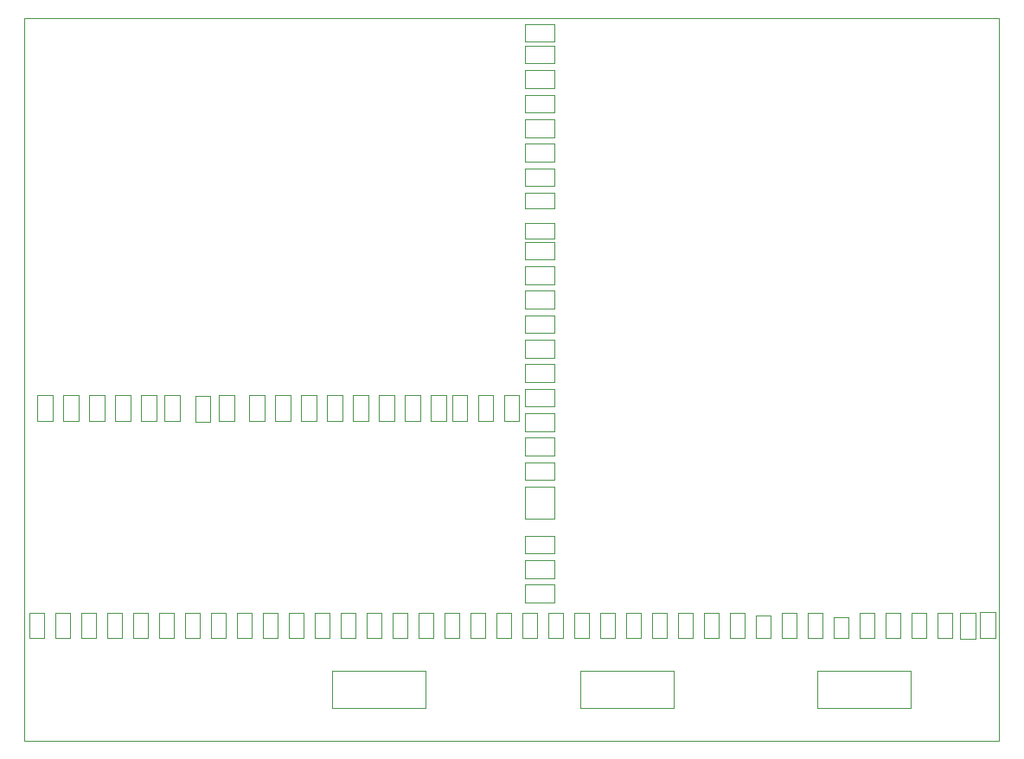
<source format=gbr>
%TF.GenerationSoftware,KiCad,Pcbnew,8.0.3*%
%TF.CreationDate,2025-03-22T09:10:22+07:00*%
%TF.ProjectId,ES32_SmartBox,45533332-5f53-46d6-9172-74426f782e6b,rev?*%
%TF.SameCoordinates,Original*%
%TF.FileFunction,Profile,NP*%
%FSLAX46Y46*%
G04 Gerber Fmt 4.6, Leading zero omitted, Abs format (unit mm)*
G04 Created by KiCad (PCBNEW 8.0.3) date 2025-03-22 09:10:22*
%MOMM*%
%LPD*%
G01*
G04 APERTURE LIST*
%TA.AperFunction,Profile*%
%ADD10C,0.050000*%
%TD*%
G04 APERTURE END LIST*
D10*
X80690000Y-145065000D02*
X82190000Y-145065000D01*
X82190000Y-147595000D01*
X80690000Y-147595000D01*
X80690000Y-145065000D01*
X121605000Y-132750000D02*
X124495000Y-132750000D01*
X124495000Y-135890000D01*
X121605000Y-135890000D01*
X121605000Y-132750000D01*
X116250000Y-145065000D02*
X117750000Y-145065000D01*
X117750000Y-147595000D01*
X116250000Y-147595000D01*
X116250000Y-145065000D01*
X159430000Y-145065000D02*
X160930000Y-145065000D01*
X160930000Y-147595000D01*
X159430000Y-147595000D01*
X159430000Y-145065000D01*
X73870000Y-123810000D02*
X75370000Y-123810000D01*
X75370000Y-126340000D01*
X73870000Y-126340000D01*
X73870000Y-123810000D01*
X144190000Y-145365000D02*
X145690000Y-145365000D01*
X145690000Y-147595000D01*
X144190000Y-147595000D01*
X144190000Y-145365000D01*
X86290000Y-123795000D02*
X87790000Y-123795000D01*
X87790000Y-126325000D01*
X86290000Y-126325000D01*
X86290000Y-123795000D01*
X121605000Y-115950000D02*
X124495000Y-115950000D01*
X124495000Y-117700000D01*
X121605000Y-117700000D01*
X121605000Y-115950000D01*
X164160000Y-145075000D02*
X165700000Y-145075000D01*
X165700000Y-147605000D01*
X164160000Y-147605000D01*
X164160000Y-145075000D01*
X121330000Y-145065000D02*
X122830000Y-145065000D01*
X122830000Y-147595000D01*
X121330000Y-147595000D01*
X121330000Y-145065000D01*
X121605000Y-123150000D02*
X124495000Y-123150000D01*
X124495000Y-124900000D01*
X121605000Y-124900000D01*
X121605000Y-123150000D01*
X131490000Y-145065000D02*
X132990000Y-145065000D01*
X132990000Y-147595000D01*
X131490000Y-147595000D01*
X131490000Y-145065000D01*
X109830000Y-123800000D02*
X111330000Y-123800000D01*
X111330000Y-126330000D01*
X109830000Y-126330000D01*
X109830000Y-123800000D01*
X156890000Y-145065000D02*
X158390000Y-145065000D01*
X158390000Y-147595000D01*
X156890000Y-147595000D01*
X156890000Y-145065000D01*
X83230000Y-145065000D02*
X84730000Y-145065000D01*
X84730000Y-147595000D01*
X83230000Y-147595000D01*
X83230000Y-145065000D01*
X121605000Y-108750000D02*
X124495000Y-108750000D01*
X124495000Y-110500000D01*
X121605000Y-110500000D01*
X121605000Y-108750000D01*
X154350000Y-145065000D02*
X155850000Y-145065000D01*
X155850000Y-147595000D01*
X154350000Y-147595000D01*
X154350000Y-145065000D01*
X84030000Y-123810000D02*
X85530000Y-123810000D01*
X85530000Y-126340000D01*
X84030000Y-126340000D01*
X84030000Y-123810000D01*
X78150000Y-145065000D02*
X79650000Y-145065000D01*
X79650000Y-147595000D01*
X78150000Y-147595000D01*
X78150000Y-145065000D01*
X121605000Y-106950000D02*
X124495000Y-106950000D01*
X124495000Y-108440000D01*
X121605000Y-108440000D01*
X121605000Y-106950000D01*
X127040000Y-150770000D02*
X136180000Y-150770000D01*
X136180000Y-154450000D01*
X127040000Y-154450000D01*
X127040000Y-150770000D01*
X121595000Y-87410000D02*
X124485000Y-87410000D01*
X124485000Y-89160000D01*
X121595000Y-89160000D01*
X121595000Y-87410000D01*
X97130000Y-123800000D02*
X98630000Y-123800000D01*
X98630000Y-126330000D01*
X97130000Y-126330000D01*
X97130000Y-123800000D01*
X93390000Y-145065000D02*
X94890000Y-145065000D01*
X94890000Y-147595000D01*
X93390000Y-147595000D01*
X93390000Y-145065000D01*
X75610000Y-145065000D02*
X77110000Y-145065000D01*
X77110000Y-147595000D01*
X75610000Y-147595000D01*
X75610000Y-145065000D01*
X103550000Y-145065000D02*
X105050000Y-145065000D01*
X105050000Y-147595000D01*
X103550000Y-147595000D01*
X103550000Y-145065000D01*
X104750000Y-123800000D02*
X106250000Y-123800000D01*
X106250000Y-126330000D01*
X104750000Y-126330000D01*
X104750000Y-123800000D01*
X136570000Y-145065000D02*
X138070000Y-145065000D01*
X138070000Y-147595000D01*
X136570000Y-147595000D01*
X136570000Y-145065000D01*
X118790000Y-145065000D02*
X120290000Y-145065000D01*
X120290000Y-147595000D01*
X118790000Y-147595000D01*
X118790000Y-145065000D01*
X121605000Y-94350000D02*
X124495000Y-94350000D01*
X124495000Y-96100000D01*
X121605000Y-96100000D01*
X121605000Y-94350000D01*
X78950000Y-123810000D02*
X80450000Y-123810000D01*
X80450000Y-126340000D01*
X78950000Y-126340000D01*
X78950000Y-123810000D01*
X101010000Y-145065000D02*
X102510000Y-145065000D01*
X102510000Y-147595000D01*
X101010000Y-147595000D01*
X101010000Y-145065000D01*
X94590000Y-123800000D02*
X96090000Y-123800000D01*
X96090000Y-126330000D01*
X94590000Y-126330000D01*
X94590000Y-123800000D01*
X88310000Y-145065000D02*
X89810000Y-145065000D01*
X89810000Y-147595000D01*
X88310000Y-147595000D01*
X88310000Y-145065000D01*
X102210000Y-123800000D02*
X103710000Y-123800000D01*
X103710000Y-126330000D01*
X102210000Y-126330000D01*
X102210000Y-123800000D01*
X121605000Y-96750000D02*
X124495000Y-96750000D01*
X124495000Y-98500000D01*
X121605000Y-98500000D01*
X121605000Y-96750000D01*
X95930000Y-145065000D02*
X97430000Y-145065000D01*
X97430000Y-147595000D01*
X95930000Y-147595000D01*
X95930000Y-145065000D01*
X89320000Y-123835000D02*
X90820000Y-123835000D01*
X90820000Y-126365000D01*
X89320000Y-126365000D01*
X89320000Y-123835000D01*
X111170000Y-145065000D02*
X112670000Y-145065000D01*
X112670000Y-147595000D01*
X111170000Y-147595000D01*
X111170000Y-145065000D01*
X121605000Y-142350000D02*
X124495000Y-142350000D01*
X124495000Y-144100000D01*
X121605000Y-144100000D01*
X121605000Y-142350000D01*
X121605000Y-113550000D02*
X124495000Y-113550000D01*
X124495000Y-115300000D01*
X121605000Y-115300000D01*
X121605000Y-113550000D01*
X121605000Y-101550000D02*
X124495000Y-101550000D01*
X124495000Y-103300000D01*
X121605000Y-103300000D01*
X121605000Y-101550000D01*
X126410000Y-145065000D02*
X127910000Y-145065000D01*
X127910000Y-147595000D01*
X126410000Y-147595000D01*
X126410000Y-145065000D01*
X90850000Y-145065000D02*
X92350000Y-145065000D01*
X92350000Y-147595000D01*
X90850000Y-147595000D01*
X90850000Y-145065000D01*
X106090000Y-145065000D02*
X107590000Y-145065000D01*
X107590000Y-147595000D01*
X106090000Y-147595000D01*
X106090000Y-145065000D01*
X113710000Y-145065000D02*
X115210000Y-145065000D01*
X115210000Y-147595000D01*
X113710000Y-147595000D01*
X113710000Y-145065000D01*
X114480000Y-123785000D02*
X115980000Y-123785000D01*
X115980000Y-126315000D01*
X114480000Y-126315000D01*
X114480000Y-123785000D01*
X121605000Y-137550000D02*
X124495000Y-137550000D01*
X124495000Y-139300000D01*
X121605000Y-139300000D01*
X121605000Y-137550000D01*
X119560000Y-123785000D02*
X121060000Y-123785000D01*
X121060000Y-126315000D01*
X119560000Y-126315000D01*
X119560000Y-123785000D01*
X121605000Y-125550000D02*
X124495000Y-125550000D01*
X124495000Y-127300000D01*
X121605000Y-127300000D01*
X121605000Y-125550000D01*
X150230000Y-150770000D02*
X159370000Y-150770000D01*
X159370000Y-154450000D01*
X150230000Y-154450000D01*
X150230000Y-150770000D01*
X121605000Y-111150000D02*
X124495000Y-111150000D01*
X124495000Y-112900000D01*
X121605000Y-112900000D01*
X121605000Y-111150000D01*
X166140000Y-145055000D02*
X167680000Y-145055000D01*
X167680000Y-147585000D01*
X166140000Y-147585000D01*
X166140000Y-145055000D01*
X128950000Y-145065000D02*
X130450000Y-145065000D01*
X130450000Y-147595000D01*
X128950000Y-147595000D01*
X128950000Y-145065000D01*
X151810000Y-145505000D02*
X153310000Y-145505000D01*
X153310000Y-147595000D01*
X151810000Y-147595000D01*
X151810000Y-145505000D01*
X112370000Y-123800000D02*
X113870000Y-123800000D01*
X113870000Y-126330000D01*
X112370000Y-126330000D01*
X112370000Y-123800000D01*
X99670000Y-123800000D02*
X101170000Y-123800000D01*
X101170000Y-126330000D01*
X99670000Y-126330000D01*
X99670000Y-123800000D01*
X85770000Y-145065000D02*
X87270000Y-145065000D01*
X87270000Y-147595000D01*
X85770000Y-147595000D01*
X85770000Y-145065000D01*
X139110000Y-145065000D02*
X140610000Y-145065000D01*
X140610000Y-147595000D01*
X139110000Y-147595000D01*
X139110000Y-145065000D01*
X121605000Y-103950000D02*
X124495000Y-103950000D01*
X124495000Y-105460000D01*
X121605000Y-105460000D01*
X121605000Y-103950000D01*
X73070000Y-145065000D02*
X74570000Y-145065000D01*
X74570000Y-147595000D01*
X73070000Y-147595000D01*
X73070000Y-145065000D01*
X91650000Y-123810000D02*
X93150000Y-123810000D01*
X93150000Y-126340000D01*
X91650000Y-126340000D01*
X91650000Y-123810000D01*
X108630000Y-145065000D02*
X110130000Y-145065000D01*
X110130000Y-147595000D01*
X108630000Y-147595000D01*
X108630000Y-145065000D01*
X76410000Y-123810000D02*
X77910000Y-123810000D01*
X77910000Y-126340000D01*
X76410000Y-126340000D01*
X76410000Y-123810000D01*
X121605000Y-139950000D02*
X124495000Y-139950000D01*
X124495000Y-141700000D01*
X121605000Y-141700000D01*
X121605000Y-139950000D01*
X72630000Y-86860000D02*
X168030000Y-86860000D01*
X168030000Y-157620000D01*
X72630000Y-157620000D01*
X72630000Y-86860000D01*
X121605000Y-91950000D02*
X124495000Y-91950000D01*
X124495000Y-93700000D01*
X121605000Y-93700000D01*
X121605000Y-91950000D01*
X134030000Y-145065000D02*
X135530000Y-145065000D01*
X135530000Y-147595000D01*
X134030000Y-147595000D01*
X134030000Y-145065000D01*
X121605000Y-89550000D02*
X124495000Y-89550000D01*
X124495000Y-91300000D01*
X121605000Y-91300000D01*
X121605000Y-89550000D01*
X98470000Y-145065000D02*
X99970000Y-145065000D01*
X99970000Y-147595000D01*
X98470000Y-147595000D01*
X98470000Y-145065000D01*
X123870000Y-145065000D02*
X125370000Y-145065000D01*
X125370000Y-147595000D01*
X123870000Y-147595000D01*
X123870000Y-145065000D01*
X161970000Y-145065000D02*
X163470000Y-145065000D01*
X163470000Y-147595000D01*
X161970000Y-147595000D01*
X161970000Y-145065000D01*
X149270000Y-145065000D02*
X150770000Y-145065000D01*
X150770000Y-147595000D01*
X149270000Y-147595000D01*
X149270000Y-145065000D01*
X121605000Y-127950000D02*
X124495000Y-127950000D01*
X124495000Y-129700000D01*
X121605000Y-129700000D01*
X121605000Y-127950000D01*
X121605000Y-99150000D02*
X124495000Y-99150000D01*
X124495000Y-100900000D01*
X121605000Y-100900000D01*
X121605000Y-99150000D01*
X121605000Y-120750000D02*
X124495000Y-120750000D01*
X124495000Y-122500000D01*
X121605000Y-122500000D01*
X121605000Y-120750000D01*
X146730000Y-145065000D02*
X148230000Y-145065000D01*
X148230000Y-147595000D01*
X146730000Y-147595000D01*
X146730000Y-145065000D01*
X117020000Y-123785000D02*
X118520000Y-123785000D01*
X118520000Y-126315000D01*
X117020000Y-126315000D01*
X117020000Y-123785000D01*
X81490000Y-123810000D02*
X82990000Y-123810000D01*
X82990000Y-126340000D01*
X81490000Y-126340000D01*
X81490000Y-123810000D01*
X121605000Y-118350000D02*
X124495000Y-118350000D01*
X124495000Y-120100000D01*
X121605000Y-120100000D01*
X121605000Y-118350000D01*
X121605000Y-130350000D02*
X124495000Y-130350000D01*
X124495000Y-132100000D01*
X121605000Y-132100000D01*
X121605000Y-130350000D01*
X107290000Y-123800000D02*
X108790000Y-123800000D01*
X108790000Y-126330000D01*
X107290000Y-126330000D01*
X107290000Y-123800000D01*
X102740000Y-150770000D02*
X111880000Y-150770000D01*
X111880000Y-154450000D01*
X102740000Y-154450000D01*
X102740000Y-150770000D01*
X141650000Y-145065000D02*
X143150000Y-145065000D01*
X143150000Y-147595000D01*
X141650000Y-147595000D01*
X141650000Y-145065000D01*
M02*

</source>
